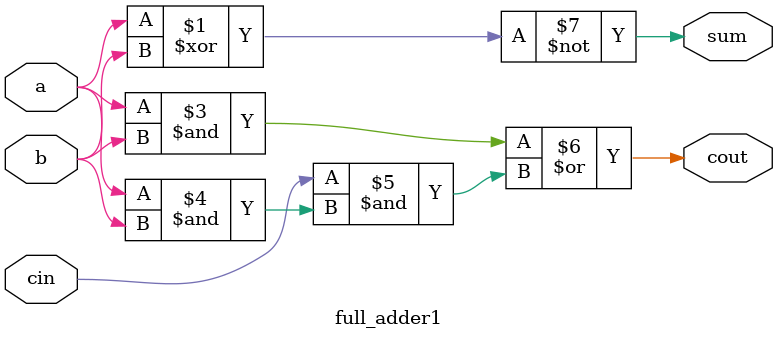
<source format=v>
module full_adder1(a,b,cin,sum,cout);
input a,b,cin;
output sum,cout;
assign sum = a^b^1'b1;
assign cout = a&b|cin&(a&b); 
// initial begin
//     $display("The incorrect adder with xor1 having in2/1");
// end   
endmodule
</source>
